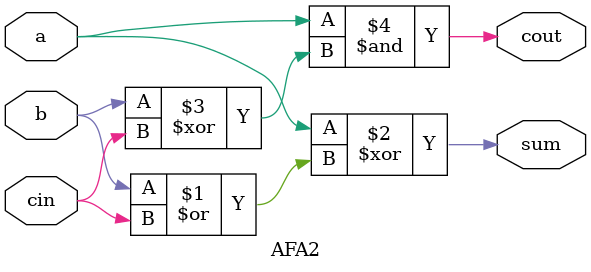
<source format=v>
module AFA2(
    // error when input '011' or '111'
    input  wire a,
    input  wire b,
    input  wire cin,
    output wire cout,
    output wire sum
);

    assign sum = a ^ (b | cin);
    assign cout = a & (b ^ cin);

endmodule


</source>
